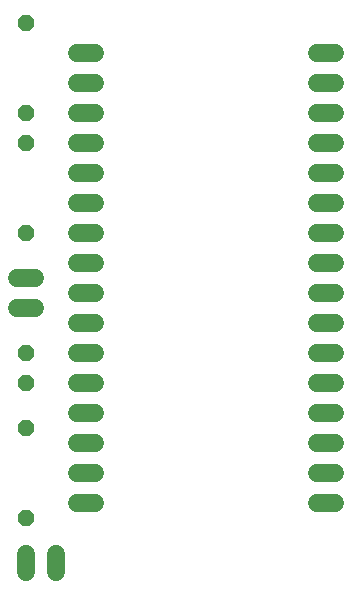
<source format=gbr>
G04 EAGLE Gerber RS-274X export*
G75*
%MOMM*%
%FSLAX34Y34*%
%LPD*%
%INTop Copper*%
%IPPOS*%
%AMOC8*
5,1,8,0,0,1.08239X$1,22.5*%
G01*
%ADD10P,1.429621X8X292.500000*%
%ADD11C,1.524000*%
%ADD12P,1.429621X8X112.500000*%


D10*
X635000Y596900D03*
X635000Y571500D03*
D11*
X881380Y850900D02*
X896620Y850900D01*
X896620Y825500D02*
X881380Y825500D01*
X881380Y800100D02*
X896620Y800100D01*
X896620Y774700D02*
X881380Y774700D01*
X881380Y749300D02*
X896620Y749300D01*
X896620Y723900D02*
X881380Y723900D01*
X881380Y698500D02*
X896620Y698500D01*
X896620Y673100D02*
X881380Y673100D01*
X881380Y647700D02*
X896620Y647700D01*
X896620Y622300D02*
X881380Y622300D01*
X881380Y596900D02*
X896620Y596900D01*
X896620Y571500D02*
X881380Y571500D01*
X881380Y546100D02*
X896620Y546100D01*
X896620Y520700D02*
X881380Y520700D01*
X881380Y495300D02*
X896620Y495300D01*
X896620Y469900D02*
X881380Y469900D01*
X693420Y850900D02*
X678180Y850900D01*
X678180Y825500D02*
X693420Y825500D01*
X693420Y800100D02*
X678180Y800100D01*
X678180Y774700D02*
X693420Y774700D01*
X693420Y749300D02*
X678180Y749300D01*
X678180Y723900D02*
X693420Y723900D01*
X693420Y698500D02*
X678180Y698500D01*
X678180Y673100D02*
X693420Y673100D01*
X693420Y647700D02*
X678180Y647700D01*
X678180Y622300D02*
X693420Y622300D01*
X693420Y596900D02*
X678180Y596900D01*
X678180Y571500D02*
X693420Y571500D01*
X693420Y546100D02*
X678180Y546100D01*
X678180Y520700D02*
X693420Y520700D01*
X693420Y495300D02*
X678180Y495300D01*
X678180Y469900D02*
X693420Y469900D01*
X642620Y635000D02*
X627380Y635000D01*
X627380Y660400D02*
X642620Y660400D01*
D10*
X635000Y533400D03*
X635000Y457200D03*
D12*
X635000Y698500D03*
X635000Y774700D03*
D10*
X635000Y876300D03*
X635000Y800100D03*
D11*
X635000Y426720D02*
X635000Y411480D01*
X660400Y411480D02*
X660400Y426720D01*
M02*

</source>
